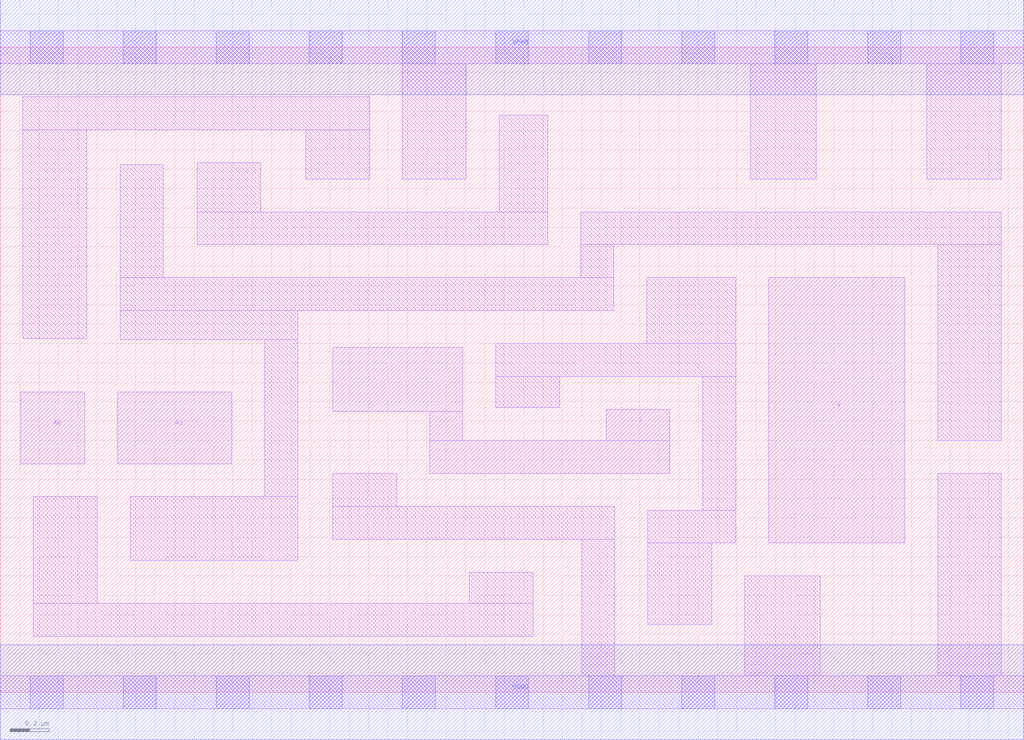
<source format=lef>
# Copyright 2020 The SkyWater PDK Authors
#
# Licensed under the Apache License, Version 2.0 (the "License");
# you may not use this file except in compliance with the License.
# You may obtain a copy of the License at
#
#     https://www.apache.org/licenses/LICENSE-2.0
#
# Unless required by applicable law or agreed to in writing, software
# distributed under the License is distributed on an "AS IS" BASIS,
# WITHOUT WARRANTIES OR CONDITIONS OF ANY KIND, either express or implied.
# See the License for the specific language governing permissions and
# limitations under the License.
#
# SPDX-License-Identifier: Apache-2.0

VERSION 5.7 ;
  NOWIREEXTENSIONATPIN ON ;
  DIVIDERCHAR "/" ;
  BUSBITCHARS "[]" ;
UNITS
  DATABASE MICRONS 200 ;
END UNITS
MACRO sky130_fd_sc_ms__mux2_2
  CLASS CORE ;
  FOREIGN sky130_fd_sc_ms__mux2_2 ;
  ORIGIN  0.000000  0.000000 ;
  SIZE  5.280000 BY  3.330000 ;
  SYMMETRY X Y ;
  SITE unit ;
  PIN A0
    ANTENNAGATEAREA  0.291000 ;
    DIRECTION INPUT ;
    USE SIGNAL ;
    PORT
      LAYER li1 ;
        RECT 0.105000 1.180000 0.435000 1.550000 ;
    END
  END A0
  PIN A1
    ANTENNAGATEAREA  0.291000 ;
    DIRECTION INPUT ;
    USE SIGNAL ;
    PORT
      LAYER li1 ;
        RECT 0.605000 1.180000 1.195000 1.550000 ;
    END
  END A1
  PIN S
    ANTENNAGATEAREA  0.524700 ;
    DIRECTION INPUT ;
    USE SIGNAL ;
    PORT
      LAYER li1 ;
        RECT 1.715000 1.450000 2.385000 1.780000 ;
        RECT 2.215000 1.130000 3.455000 1.300000 ;
        RECT 2.215000 1.300000 2.385000 1.450000 ;
        RECT 3.125000 1.300000 3.455000 1.460000 ;
    END
  END S
  PIN X
    ANTENNADIFFAREA  0.509600 ;
    DIRECTION OUTPUT ;
    USE SIGNAL ;
    PORT
      LAYER li1 ;
        RECT 3.965000 0.770000 4.665000 2.140000 ;
    END
  END X
  PIN VGND
    DIRECTION INOUT ;
    USE GROUND ;
    PORT
      LAYER met1 ;
        RECT 0.000000 -0.245000 5.280000 0.245000 ;
    END
  END VGND
  PIN VPWR
    DIRECTION INOUT ;
    USE POWER ;
    PORT
      LAYER met1 ;
        RECT 0.000000 3.085000 5.280000 3.575000 ;
    END
  END VPWR
  OBS
    LAYER li1 ;
      RECT 0.000000 -0.085000 5.280000 0.085000 ;
      RECT 0.000000  3.245000 5.280000 3.415000 ;
      RECT 0.115000  1.825000 0.445000 2.905000 ;
      RECT 0.115000  2.905000 1.905000 3.075000 ;
      RECT 0.170000  0.290000 2.750000 0.460000 ;
      RECT 0.170000  0.460000 0.500000 1.010000 ;
      RECT 0.620000  1.820000 1.535000 1.970000 ;
      RECT 0.620000  1.970000 3.165000 2.140000 ;
      RECT 0.620000  2.140000 0.840000 2.725000 ;
      RECT 0.670000  0.680000 1.535000 1.010000 ;
      RECT 1.015000  2.310000 2.825000 2.480000 ;
      RECT 1.015000  2.480000 1.345000 2.735000 ;
      RECT 1.365000  1.010000 1.535000 1.820000 ;
      RECT 1.575000  2.650000 1.905000 2.905000 ;
      RECT 1.715000  0.790000 3.170000 0.960000 ;
      RECT 1.715000  0.960000 2.045000 1.130000 ;
      RECT 2.075000  2.650000 2.405000 3.245000 ;
      RECT 2.420000  0.460000 2.750000 0.620000 ;
      RECT 2.555000  1.470000 2.885000 1.630000 ;
      RECT 2.555000  1.630000 3.795000 1.800000 ;
      RECT 2.575000  2.480000 2.825000 2.980000 ;
      RECT 2.995000  2.140000 3.165000 2.310000 ;
      RECT 2.995000  2.310000 5.165000 2.480000 ;
      RECT 3.000000  0.085000 3.170000 0.790000 ;
      RECT 3.335000  1.800000 3.795000 2.140000 ;
      RECT 3.340000  0.350000 3.670000 0.770000 ;
      RECT 3.340000  0.770000 3.795000 0.940000 ;
      RECT 3.625000  0.940000 3.795000 1.630000 ;
      RECT 3.840000  0.085000 4.230000 0.600000 ;
      RECT 3.870000  2.650000 4.210000 3.245000 ;
      RECT 4.780000  2.650000 5.165000 3.245000 ;
      RECT 4.835000  0.085000 5.165000 1.130000 ;
      RECT 4.835000  1.300000 5.165000 2.310000 ;
    LAYER mcon ;
      RECT 0.155000 -0.085000 0.325000 0.085000 ;
      RECT 0.155000  3.245000 0.325000 3.415000 ;
      RECT 0.635000 -0.085000 0.805000 0.085000 ;
      RECT 0.635000  3.245000 0.805000 3.415000 ;
      RECT 1.115000 -0.085000 1.285000 0.085000 ;
      RECT 1.115000  3.245000 1.285000 3.415000 ;
      RECT 1.595000 -0.085000 1.765000 0.085000 ;
      RECT 1.595000  3.245000 1.765000 3.415000 ;
      RECT 2.075000 -0.085000 2.245000 0.085000 ;
      RECT 2.075000  3.245000 2.245000 3.415000 ;
      RECT 2.555000 -0.085000 2.725000 0.085000 ;
      RECT 2.555000  3.245000 2.725000 3.415000 ;
      RECT 3.035000 -0.085000 3.205000 0.085000 ;
      RECT 3.035000  3.245000 3.205000 3.415000 ;
      RECT 3.515000 -0.085000 3.685000 0.085000 ;
      RECT 3.515000  3.245000 3.685000 3.415000 ;
      RECT 3.995000 -0.085000 4.165000 0.085000 ;
      RECT 3.995000  3.245000 4.165000 3.415000 ;
      RECT 4.475000 -0.085000 4.645000 0.085000 ;
      RECT 4.475000  3.245000 4.645000 3.415000 ;
      RECT 4.955000 -0.085000 5.125000 0.085000 ;
      RECT 4.955000  3.245000 5.125000 3.415000 ;
  END
END sky130_fd_sc_ms__mux2_2
END LIBRARY

</source>
